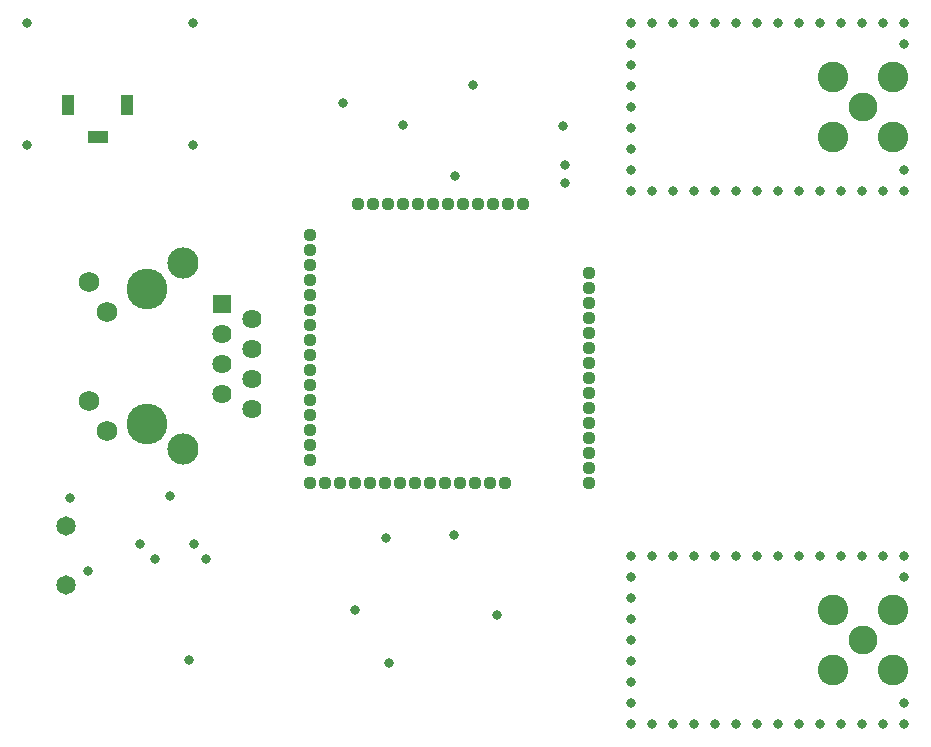
<source format=gbs>
G04*
G04 #@! TF.GenerationSoftware,Altium Limited,Altium Designer,18.0.12 (696)*
G04*
G04 Layer_Color=16711935*
%FSLAX25Y25*%
%MOIN*%
G70*
G01*
G75*
%ADD53R,0.06706X0.03950*%
%ADD54R,0.03950X0.06706*%
%ADD55R,0.03950X0.06706*%
%ADD56C,0.10249*%
%ADD57C,0.09658*%
%ADD58C,0.04400*%
%ADD59C,0.06509*%
%ADD60R,0.06400X0.06400*%
%ADD61C,0.06400*%
%ADD62C,0.10400*%
%ADD63C,0.06800*%
%ADD64C,0.13600*%
%ADD65C,0.03300*%
D53*
X26842Y178870D02*
D03*
D54*
X17000Y189500D02*
D03*
D55*
X36685D02*
D03*
D56*
X272000Y178843D02*
D03*
X292000D02*
D03*
Y198843D02*
D03*
X272000D02*
D03*
Y21000D02*
D03*
X292000D02*
D03*
Y1000D02*
D03*
X272000D02*
D03*
D57*
X282000Y188843D02*
D03*
Y11000D02*
D03*
D58*
X168500Y156500D02*
D03*
X163500D02*
D03*
X158500D02*
D03*
X153500D02*
D03*
X148500D02*
D03*
X143500D02*
D03*
X138500D02*
D03*
X133500D02*
D03*
X128500D02*
D03*
X123500D02*
D03*
X118500D02*
D03*
X113500D02*
D03*
X190500Y63500D02*
D03*
Y68500D02*
D03*
Y73500D02*
D03*
Y78500D02*
D03*
Y83500D02*
D03*
Y88500D02*
D03*
Y93500D02*
D03*
Y98500D02*
D03*
Y103500D02*
D03*
Y108500D02*
D03*
Y113500D02*
D03*
Y118500D02*
D03*
Y123500D02*
D03*
Y128500D02*
D03*
Y133500D02*
D03*
X97500Y71000D02*
D03*
Y76000D02*
D03*
Y81000D02*
D03*
Y86000D02*
D03*
Y91000D02*
D03*
Y96000D02*
D03*
Y101000D02*
D03*
Y106000D02*
D03*
Y111000D02*
D03*
Y116000D02*
D03*
Y121000D02*
D03*
Y126000D02*
D03*
Y131000D02*
D03*
Y136000D02*
D03*
Y141000D02*
D03*
Y146000D02*
D03*
X152500Y63500D02*
D03*
X147500D02*
D03*
X162500D02*
D03*
X157500D02*
D03*
X142500D02*
D03*
X137500D02*
D03*
X132500D02*
D03*
X127500D02*
D03*
X122500D02*
D03*
X117500D02*
D03*
X112500D02*
D03*
X107500D02*
D03*
X102500D02*
D03*
X97500D02*
D03*
D59*
X16332Y29315D02*
D03*
Y49000D02*
D03*
D60*
X68300Y123100D02*
D03*
D61*
X78300Y118100D02*
D03*
X68300Y113100D02*
D03*
X78300Y108100D02*
D03*
X68300Y103100D02*
D03*
X78300Y98100D02*
D03*
X68300Y93100D02*
D03*
X78300Y88100D02*
D03*
D62*
X55300Y74600D02*
D03*
Y136600D02*
D03*
D63*
X24000Y130500D02*
D03*
Y90600D02*
D03*
X30000Y120500D02*
D03*
Y80600D02*
D03*
D64*
X43300Y83100D02*
D03*
Y128100D02*
D03*
D65*
X58500Y216843D02*
D03*
Y176000D02*
D03*
X3305D02*
D03*
Y216843D02*
D03*
X46000Y38000D02*
D03*
X40784Y43000D02*
D03*
X59000D02*
D03*
X63000Y38000D02*
D03*
X17500Y58500D02*
D03*
X108500Y190249D02*
D03*
X123000Y45000D02*
D03*
X182500Y163500D02*
D03*
Y169500D02*
D03*
X23461Y34039D02*
D03*
X51000Y59000D02*
D03*
X146000Y165600D02*
D03*
X152042Y195958D02*
D03*
X182000Y182500D02*
D03*
X128500Y182724D02*
D03*
X112500Y21000D02*
D03*
X124000Y3500D02*
D03*
X288500Y-17000D02*
D03*
X281500D02*
D03*
X274500D02*
D03*
X267500D02*
D03*
X246500D02*
D03*
X253500D02*
D03*
X260500D02*
D03*
X211500D02*
D03*
X204500D02*
D03*
X218500D02*
D03*
X225500D02*
D03*
X232500D02*
D03*
X239500D02*
D03*
Y39000D02*
D03*
X232500D02*
D03*
X225500D02*
D03*
X218500D02*
D03*
X211500D02*
D03*
X260500D02*
D03*
X253500D02*
D03*
X246500D02*
D03*
X267500D02*
D03*
X274500D02*
D03*
X281500D02*
D03*
X288500D02*
D03*
X204500Y32000D02*
D03*
Y-3000D02*
D03*
Y-10000D02*
D03*
Y4000D02*
D03*
Y11000D02*
D03*
Y18000D02*
D03*
Y25000D02*
D03*
Y39000D02*
D03*
X295500Y-17000D02*
D03*
Y-10000D02*
D03*
Y32000D02*
D03*
Y39000D02*
D03*
Y216843D02*
D03*
Y209843D02*
D03*
Y167843D02*
D03*
Y160843D02*
D03*
X145500Y46000D02*
D03*
X160000Y19500D02*
D03*
X57242Y4500D02*
D03*
X204500Y216843D02*
D03*
Y202843D02*
D03*
Y195843D02*
D03*
Y188843D02*
D03*
Y181843D02*
D03*
Y167843D02*
D03*
Y174843D02*
D03*
Y209843D02*
D03*
X288500Y216843D02*
D03*
X281500D02*
D03*
X274500D02*
D03*
X267500D02*
D03*
X246500D02*
D03*
X253500D02*
D03*
X260500D02*
D03*
X211500D02*
D03*
X218500D02*
D03*
X225500D02*
D03*
X232500D02*
D03*
X239500D02*
D03*
Y160843D02*
D03*
X232500D02*
D03*
X225500D02*
D03*
X218500D02*
D03*
X204500D02*
D03*
X211500D02*
D03*
X260500D02*
D03*
X253500D02*
D03*
X246500D02*
D03*
X267500D02*
D03*
X274500D02*
D03*
X281500D02*
D03*
X288500D02*
D03*
M02*

</source>
